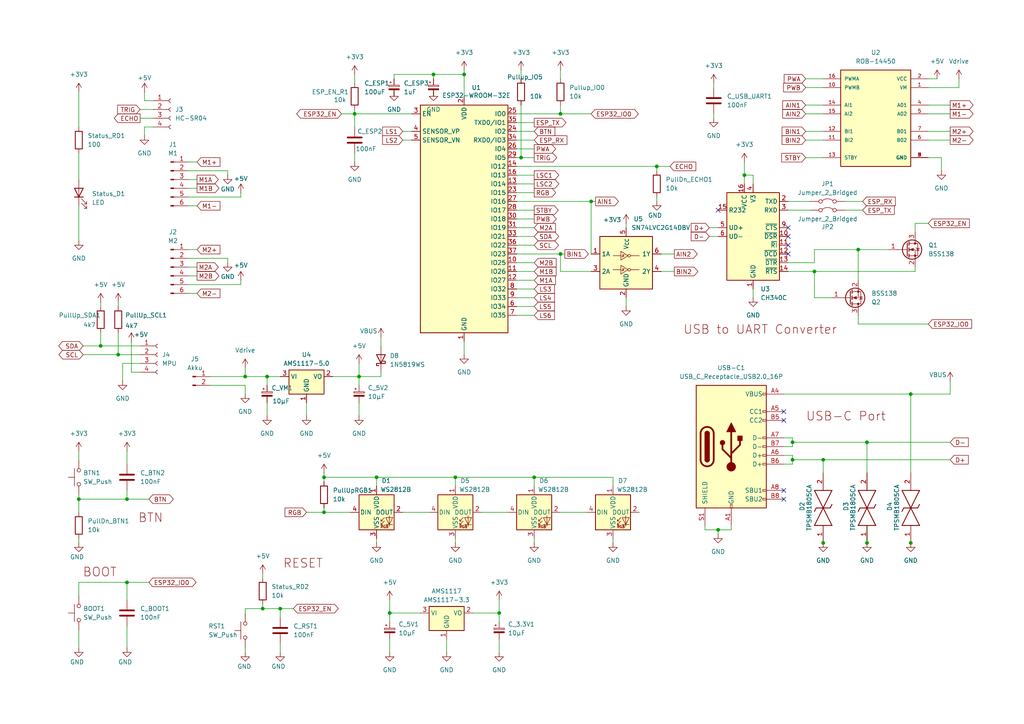
<source format=kicad_sch>
(kicad_sch (version 20250114) (generator "eeschema") (generator_version "9.0")
  (paper "A4")
  (text "BOOT" (at 28.956 166.116 0) (effects (font (size 2.54 2.54))))
  (text "USB to UART Converter" (at 220.472 95.758 0) (effects (font (size 2.54 2.54))))
  (text "RESET" (at 87.884 163.576 0) (effects (font (size 2.54 2.54))))
  (text "USB-C Port" (at 245.364 120.904 0) (effects (font (size 2.54 2.54))))
  (text "BTN" (at 43.688 150.368 0) (effects (font (size 2.54 2.54))))
  (junction (at 93.98 148.59))
  (junction (at 113.03 177.8))
  (junction (at 22.86 144.78))
  (junction (at 34.29 102.87))
  (junction (at 229.87 128.27))
  (junction (at 71.12 109.22))
  (junction (at 77.47 109.22))
  (junction (at 134.62 21.59))
  (junction (at 125.73 21.59))
  (junction (at 104.14 109.22))
  (junction (at 251.46 157.48))
  (junction (at 162.56 33.02))
  (junction (at 208.28 153.67))
  (junction (at 29.21 100.33))
  (junction (at 154.94 138.43))
  (junction (at 248.92 72.39))
  (junction (at 264.16 157.48))
  (junction (at 229.87 133.35))
  (junction (at 264.16 114.3))
  (junction (at 162.56 73.66))
  (junction (at 102.87 33.02))
  (junction (at 93.98 138.43))
  (junction (at 238.76 133.35))
  (junction (at 251.46 128.27))
  (junction (at 36.83 168.91))
  (junction (at 171.45 58.42))
  (junction (at 36.83 144.78))
  (junction (at 151.13 45.72))
  (junction (at 81.28 176.53))
  (junction (at 76.2 176.53))
  (junction (at 215.9 50.8))
  (junction (at 109.22 138.43))
  (junction (at 132.08 138.43))
  (junction (at 238.76 157.48))
  (junction (at 144.78 177.8))
  (junction (at 236.22 78.74))
  (junction (at 190.5 48.26))
  (no_connect (at 227.33 144.78))
  (no_connect (at 227.33 121.92))
  (no_connect (at 227.33 119.38))
  (no_connect (at 228.6 68.58))
  (no_connect (at 208.28 60.96))
  (no_connect (at 228.6 66.04))
  (no_connect (at 227.33 142.24))
  (no_connect (at 228.6 71.12))
  (no_connect (at 228.6 73.66))
  (wire (pts (xy 162.56 33.02) (xy 171.45 33.02)))
  (wire (pts (xy 149.86 83.82) (xy 154.94 83.82)))
  (wire (pts (xy 22.86 44.45) (xy 22.86 52.07)))
  (wire (pts (xy 190.5 48.26) (xy 194.31 48.26)))
  (wire (pts (xy 264.16 114.3) (xy 275.59 114.3)))
  (wire (pts (xy 34.29 102.87) (xy 40.64 102.87)))
  (wire (pts (xy 162.56 148.59) (xy 170.18 148.59)))
  (wire (pts (xy 76.2 166.37) (xy 76.2 167.64)))
  (wire (pts (xy 245.11 58.42) (xy 250.19 58.42)))
  (wire (pts (xy 248.92 93.98) (xy 248.92 91.44)))
  (wire (pts (xy 144.78 185.42) (xy 144.78 189.23)))
  (wire (pts (xy 109.22 138.43) (xy 132.08 138.43)))
  (wire (pts (xy 227.33 114.3) (xy 264.16 114.3)))
  (wire (pts (xy 236.22 72.39) (xy 248.92 72.39)))
  (wire (pts (xy 54.61 80.01) (xy 57.15 80.01)))
  (wire (pts (xy 190.5 57.15) (xy 190.5 58.42)))
  (wire (pts (xy 149.86 43.18) (xy 154.94 43.18)))
  (wire (pts (xy 162.56 78.74) (xy 171.45 78.74)))
  (wire (pts (xy 34.29 96.52) (xy 34.29 102.87)))
  (wire (pts (xy 236.22 86.36) (xy 241.3 86.36)))
  (wire (pts (xy 215.9 50.8) (xy 218.44 50.8)))
  (wire (pts (xy 54.61 77.47) (xy 57.15 77.47)))
  (wire (pts (xy 114.3 21.59) (xy 114.3 22.86)))
  (wire (pts (xy 22.86 26.67) (xy 22.86 36.83)))
  (wire (pts (xy 238.76 133.35) (xy 238.76 137.16)))
  (wire (pts (xy 36.83 168.91) (xy 43.18 168.91)))
  (wire (pts (xy 132.08 140.97) (xy 132.08 138.43)))
  (wire (pts (xy 278.13 22.86) (xy 278.13 25.4)))
  (wire (pts (xy 110.49 107.95) (xy 110.49 109.22)))
  (wire (pts (xy 77.47 116.84) (xy 77.47 120.65)))
  (wire (pts (xy 129.54 185.42) (xy 129.54 189.23)))
  (wire (pts (xy 227.33 132.08) (xy 229.87 132.08)))
  (wire (pts (xy 22.86 156.21) (xy 22.86 157.48)))
  (wire (pts (xy 208.28 153.67) (xy 212.09 153.67)))
  (wire (pts (xy 233.68 45.72) (xy 238.76 45.72)))
  (wire (pts (xy 269.24 38.1) (xy 275.59 38.1)))
  (wire (pts (xy 40.64 34.29) (xy 44.45 34.29)))
  (wire (pts (xy 264.16 152.4) (xy 264.16 157.48)))
  (wire (pts (xy 81.28 176.53) (xy 85.09 176.53)))
  (wire (pts (xy 181.61 86.36) (xy 181.61 88.9)))
  (wire (pts (xy 144.78 177.8) (xy 144.78 180.34)))
  (wire (pts (xy 125.73 21.59) (xy 125.73 22.86)))
  (wire (pts (xy 71.12 109.22) (xy 77.47 109.22)))
  (wire (pts (xy 251.46 128.27) (xy 251.46 137.16)))
  (wire (pts (xy 22.86 59.69) (xy 22.86 69.85)))
  (wire (pts (xy 104.14 116.84) (xy 104.14 120.65)))
  (wire (pts (xy 93.98 148.59) (xy 101.6 148.59)))
  (wire (pts (xy 54.61 54.61) (xy 57.15 54.61)))
  (wire (pts (xy 245.11 60.96) (xy 250.19 60.96)))
  (wire (pts (xy 109.22 156.21) (xy 109.22 157.48)))
  (wire (pts (xy 41.91 26.67) (xy 41.91 29.21)))
  (wire (pts (xy 215.9 46.99) (xy 215.9 50.8)))
  (wire (pts (xy 36.83 142.24) (xy 36.83 144.78)))
  (wire (pts (xy 60.96 109.22) (xy 71.12 109.22)))
  (wire (pts (xy 71.12 177.8) (xy 71.12 176.53)))
  (wire (pts (xy 24.13 102.87) (xy 34.29 102.87)))
  (wire (pts (xy 162.56 20.32) (xy 162.56 22.86)))
  (wire (pts (xy 125.73 21.59) (xy 134.62 21.59)))
  (wire (pts (xy 81.28 176.53) (xy 81.28 179.07)))
  (wire (pts (xy 269.24 40.64) (xy 275.59 40.64)))
  (wire (pts (xy 54.61 85.09) (xy 57.15 85.09)))
  (wire (pts (xy 149.86 68.58) (xy 154.94 68.58)))
  (wire (pts (xy 251.46 152.4) (xy 251.46 157.48)))
  (wire (pts (xy 93.98 138.43) (xy 93.98 137.16)))
  (wire (pts (xy 233.68 30.48) (xy 238.76 30.48)))
  (wire (pts (xy 113.03 177.8) (xy 121.92 177.8)))
  (wire (pts (xy 109.22 138.43) (xy 93.98 138.43)))
  (wire (pts (xy 36.83 130.81) (xy 36.83 134.62)))
  (wire (pts (xy 177.8 156.21) (xy 177.8 157.48)))
  (wire (pts (xy 104.14 109.22) (xy 104.14 111.76)))
  (wire (pts (xy 269.24 33.02) (xy 275.59 33.02)))
  (wire (pts (xy 265.43 67.31) (xy 265.43 64.77)))
  (wire (pts (xy 229.87 128.27) (xy 251.46 128.27)))
  (wire (pts (xy 132.08 156.21) (xy 132.08 157.48)))
  (wire (pts (xy 41.91 39.37) (xy 41.91 36.83)))
  (wire (pts (xy 54.61 46.99) (xy 57.15 46.99)))
  (wire (pts (xy 154.94 140.97) (xy 154.94 138.43)))
  (wire (pts (xy 116.84 148.59) (xy 124.46 148.59)))
  (wire (pts (xy 113.03 177.8) (xy 113.03 180.34)))
  (wire (pts (xy 113.03 185.42) (xy 113.03 189.23)))
  (wire (pts (xy 40.64 105.41) (xy 35.56 105.41)))
  (wire (pts (xy 81.28 176.53) (xy 76.2 176.53)))
  (wire (pts (xy 149.86 78.74) (xy 154.94 78.74)))
  (wire (pts (xy 22.86 143.51) (xy 22.86 144.78)))
  (wire (pts (xy 275.59 110.49) (xy 275.59 114.3)))
  (wire (pts (xy 269.24 25.4) (xy 278.13 25.4)))
  (wire (pts (xy 149.86 73.66) (xy 162.56 73.66)))
  (wire (pts (xy 238.76 133.35) (xy 275.59 133.35)))
  (wire (pts (xy 149.86 88.9) (xy 154.94 88.9)))
  (wire (pts (xy 236.22 76.2) (xy 236.22 72.39)))
  (wire (pts (xy 149.86 71.12) (xy 154.94 71.12)))
  (wire (pts (xy 29.21 100.33) (xy 40.64 100.33)))
  (wire (pts (xy 22.86 172.72) (xy 22.86 168.91)))
  (wire (pts (xy 40.64 31.75) (xy 44.45 31.75)))
  (wire (pts (xy 233.68 22.86) (xy 238.76 22.86)))
  (wire (pts (xy 71.12 111.76) (xy 71.12 114.3)))
  (wire (pts (xy 233.68 33.02) (xy 238.76 33.02)))
  (wire (pts (xy 134.62 21.59) (xy 134.62 27.94)))
  (wire (pts (xy 269.24 30.48) (xy 275.59 30.48)))
  (wire (pts (xy 162.56 73.66) (xy 162.56 78.74)))
  (wire (pts (xy 171.45 58.42) (xy 171.45 73.66)))
  (wire (pts (xy 116.84 40.64) (xy 119.38 40.64)))
  (wire (pts (xy 149.86 86.36) (xy 154.94 86.36)))
  (wire (pts (xy 139.7 148.59) (xy 147.32 148.59)))
  (wire (pts (xy 204.47 153.67) (xy 208.28 153.67)))
  (wire (pts (xy 134.62 99.06) (xy 134.62 102.87)))
  (wire (pts (xy 102.87 21.59) (xy 102.87 24.13)))
  (wire (pts (xy 102.87 36.83) (xy 102.87 33.02)))
  (wire (pts (xy 149.86 40.64) (xy 154.94 40.64)))
  (wire (pts (xy 22.86 144.78) (xy 36.83 144.78)))
  (wire (pts (xy 154.94 138.43) (xy 177.8 138.43)))
  (wire (pts (xy 228.6 60.96) (xy 234.95 60.96)))
  (wire (pts (xy 149.86 60.96) (xy 154.94 60.96)))
  (wire (pts (xy 227.33 127) (xy 229.87 127)))
  (wire (pts (xy 149.86 66.04) (xy 154.94 66.04)))
  (wire (pts (xy 227.33 129.54) (xy 229.87 129.54)))
  (wire (pts (xy 151.13 30.48) (xy 151.13 45.72)))
  (wire (pts (xy 149.86 35.56) (xy 154.94 35.56)))
  (wire (pts (xy 54.61 72.39) (xy 57.15 72.39)))
  (wire (pts (xy 60.96 111.76) (xy 71.12 111.76)))
  (wire (pts (xy 88.9 116.84) (xy 88.9 120.65)))
  (wire (pts (xy 54.61 49.53) (xy 66.04 49.53)))
  (wire (pts (xy 29.21 87.63) (xy 29.21 88.9)))
  (wire (pts (xy 269.24 22.86) (xy 271.78 22.86)))
  (wire (pts (xy 44.45 29.21) (xy 41.91 29.21)))
  (wire (pts (xy 227.33 134.62) (xy 229.87 134.62)))
  (wire (pts (xy 96.52 109.22) (xy 104.14 109.22)))
  (wire (pts (xy 104.14 109.22) (xy 110.49 109.22)))
  (wire (pts (xy 38.1 99.06) (xy 38.1 107.95)))
  (wire (pts (xy 149.86 63.5) (xy 154.94 63.5)))
  (wire (pts (xy 149.86 38.1) (xy 154.94 38.1)))
  (wire (pts (xy 71.12 176.53) (xy 76.2 176.53)))
  (wire (pts (xy 125.73 27.94) (xy 125.73 26.67)))
  (wire (pts (xy 190.5 48.26) (xy 190.5 49.53)))
  (wire (pts (xy 36.83 181.61) (xy 36.83 187.96)))
  (wire (pts (xy 233.68 25.4) (xy 238.76 25.4)))
  (wire (pts (xy 36.83 144.78) (xy 43.18 144.78)))
  (wire (pts (xy 71.12 189.23) (xy 71.12 187.96)))
  (wire (pts (xy 248.92 72.39) (xy 257.81 72.39)))
  (wire (pts (xy 93.98 147.32) (xy 93.98 148.59)))
  (wire (pts (xy 149.86 33.02) (xy 162.56 33.02)))
  (wire (pts (xy 207.01 24.13) (xy 207.01 25.4)))
  (wire (pts (xy 229.87 133.35) (xy 238.76 133.35)))
  (wire (pts (xy 233.68 40.64) (xy 238.76 40.64)))
  (wire (pts (xy 149.86 76.2) (xy 154.94 76.2)))
  (wire (pts (xy 162.56 73.66) (xy 163.83 73.66)))
  (wire (pts (xy 38.1 107.95) (xy 40.64 107.95)))
  (wire (pts (xy 35.56 105.41) (xy 35.56 110.49)))
  (wire (pts (xy 151.13 45.72) (xy 154.94 45.72)))
  (wire (pts (xy 149.86 53.34) (xy 154.94 53.34)))
  (wire (pts (xy 208.28 153.67) (xy 208.28 154.94)))
  (wire (pts (xy 41.91 36.83) (xy 44.45 36.83)))
  (wire (pts (xy 144.78 173.99) (xy 144.78 177.8)))
  (wire (pts (xy 228.6 76.2) (xy 236.22 76.2)))
  (wire (pts (xy 76.2 175.26) (xy 76.2 176.53)))
  (wire (pts (xy 102.87 31.75) (xy 102.87 33.02)))
  (wire (pts (xy 149.86 81.28) (xy 154.94 81.28)))
  (wire (pts (xy 54.61 52.07) (xy 57.15 52.07)))
  (wire (pts (xy 137.16 177.8) (xy 144.78 177.8)))
  (wire (pts (xy 102.87 44.45) (xy 102.87 46.99)))
  (wire (pts (xy 191.77 73.66) (xy 195.58 73.66)))
  (wire (pts (xy 151.13 20.32) (xy 151.13 22.86)))
  (wire (pts (xy 154.94 156.21) (xy 154.94 157.48)))
  (wire (pts (xy 113.03 173.99) (xy 113.03 177.8)))
  (wire (pts (xy 149.86 91.44) (xy 154.94 91.44)))
  (wire (pts (xy 228.6 58.42) (xy 234.95 58.42)))
  (wire (pts (xy 229.87 128.27) (xy 229.87 129.54)))
  (wire (pts (xy 54.61 59.69) (xy 57.15 59.69)))
  (wire (pts (xy 22.86 148.59) (xy 22.86 144.78)))
  (wire (pts (xy 273.05 45.72) (xy 273.05 49.53)))
  (wire (pts (xy 54.61 57.15) (xy 69.85 57.15)))
  (wire (pts (xy 36.83 168.91) (xy 36.83 173.99)))
  (wire (pts (xy 109.22 140.97) (xy 109.22 138.43)))
  (wire (pts (xy 191.77 78.74) (xy 195.58 78.74)))
  (wire (pts (xy 215.9 50.8) (xy 215.9 53.34)))
  (wire (pts (xy 54.61 82.55) (xy 69.85 82.55)))
  (wire (pts (xy 204.47 152.4) (xy 204.47 153.67)))
  (wire (pts (xy 218.44 53.34) (xy 218.44 50.8)))
  (wire (pts (xy 205.74 66.04) (xy 208.28 66.04)))
  (wire (pts (xy 54.61 74.93) (xy 66.04 74.93)))
  (wire (pts (xy 181.61 64.77) (xy 181.61 66.04)))
  (wire (pts (xy 171.45 58.42) (xy 172.72 58.42)))
  (wire (pts (xy 149.86 48.26) (xy 190.5 48.26)))
  (wire (pts (xy 22.86 168.91) (xy 36.83 168.91)))
  (wire (pts (xy 218.44 83.82) (xy 218.44 86.36)))
  (wire (pts (xy 265.43 77.47) (xy 265.43 78.74)))
  (wire (pts (xy 229.87 127) (xy 229.87 128.27)))
  (wire (pts (xy 207.01 34.29) (xy 207.01 33.02)))
  (wire (pts (xy 162.56 30.48) (xy 162.56 33.02)))
  (wire (pts (xy 69.85 81.28) (xy 69.85 82.55)))
  (wire (pts (xy 114.3 21.59) (xy 125.73 21.59)))
  (wire (pts (xy 229.87 132.08) (xy 229.87 133.35)))
  (wire (pts (xy 22.86 130.81) (xy 22.86 133.35)))
  (wire (pts (xy 265.43 64.77) (xy 269.24 64.77)))
  (wire (pts (xy 205.74 68.58) (xy 208.28 68.58)))
  (wire (pts (xy 24.13 100.33) (xy 29.21 100.33)))
  (wire (pts (xy 177.8 140.97) (xy 177.8 138.43)))
  (wire (pts (xy 149.86 50.8) (xy 154.94 50.8)))
  (wire (pts (xy 77.47 109.22) (xy 81.28 109.22)))
  (wire (pts (xy 149.86 58.42) (xy 171.45 58.42)))
  (wire (pts (xy 34.29 87.63) (xy 34.29 88.9)))
  (wire (pts (xy 212.09 152.4) (xy 212.09 153.67)))
  (wire (pts (xy 66.04 76.2) (xy 66.04 74.93)))
  (wire (pts (xy 264.16 114.3) (xy 264.16 137.16)))
  (wire (pts (xy 29.21 96.52) (xy 29.21 100.33)))
  (wire (pts (xy 104.14 105.41) (xy 104.14 109.22)))
  (wire (pts (xy 99.06 33.02) (xy 102.87 33.02)))
  (wire (pts (xy 77.47 109.22) (xy 77.47 111.76)))
  (wire (pts (xy 116.84 38.1) (xy 119.38 38.1)))
  (wire (pts (xy 233.68 38.1) (xy 238.76 38.1)))
  (wire (pts (xy 238.76 152.4) (xy 238.76 157.48)))
  (wire (pts (xy 236.22 78.74) (xy 236.22 86.36)))
  (wire (pts (xy 269.24 45.72) (xy 273.05 45.72)))
  (wire (pts (xy 66.04 50.8) (xy 66.04 49.53)))
  (wire (pts (xy 269.24 93.98) (xy 248.92 93.98)))
  (wire (pts (xy 81.28 186.69) (xy 81.28 189.23)))
  (wire (pts (xy 251.46 128.27) (xy 275.59 128.27)))
  (wire (pts (xy 149.86 55.88) (xy 154.94 55.88)))
  (wire (pts (xy 228.6 78.74) (xy 236.22 78.74)))
  (wire (pts (xy 236.22 78.74) (xy 265.43 78.74)))
  (wire (pts (xy 102.87 33.02) (xy 119.38 33.02)))
  (wire (pts (xy 88.9 148.59) (xy 93.98 148.59)))
  (wire (pts (xy 71.12 106.68) (xy 71.12 109.22)))
  (wire (pts (xy 114.3 27.94) (xy 114.3 26.67)))
  (wire (pts (xy 229.87 133.35) (xy 229.87 134.62)))
  (wire (pts (xy 134.62 20.32) (xy 134.62 21.59)))
  (wire (pts (xy 248.92 72.39) (xy 248.92 81.28)))
  (wire (pts (xy 93.98 139.7) (xy 93.98 138.43)))
  (wire (pts (xy 22.86 182.88) (xy 22.86 187.96)))
  (wire (pts (xy 149.86 45.72) (xy 151.13 45.72)))
  (wire (pts (xy 110.49 97.79) (xy 110.49 100.33)))
  (wire (pts (xy 69.85 55.88) (xy 69.85 57.15)))
  (wire (pts (xy 132.08 138.43) (xy 154.94 138.43)))
  (global_label "M1+" (shape input) (at 57.15 46.99 0) (property "Intersheetrefs" "${INTERSHEET_REFS}" (effects (hide yes))))
  (global_label "BIN2" (shape output) (at 195.58 78.74 0) (property "Intersheetrefs" "${INTERSHEET_REFS}" (effects (hide yes))))
  (global_label "BIN1" (shape output) (at 163.83 73.66 0) (property "Intersheetrefs" "${INTERSHEET_REFS}" (effects (hide yes))))
  (global_label "ESP32_EN" (shape input) (at 269.24 64.77 0) (property "Intersheetrefs" "${INTERSHEET_REFS}" (effects (hide yes))))
  (global_label "M2-" (shape output) (at 275.59 40.64 0) (property "Intersheetrefs" "${INTERSHEET_REFS}" (effects (hide yes))))
  (global_label "SCL" (shape bidirectional) (at 24.13 102.87 180) (property "Intersheetrefs" "${INTERSHEET_REFS}" (effects (hide yes))))
  (global_label "STBY" (shape output) (at 154.94 60.96 0) (property "Intersheetrefs" "${INTERSHEET_REFS}" (effects (hide yes))))
  (global_label "M2A" (shape input) (at 154.94 66.04 0) (property "Intersheetrefs" "${INTERSHEET_REFS}" (effects (hide yes))))
  (global_label "LSC2" (shape output) (at 154.94 53.34 0) (property "Intersheetrefs" "${INTERSHEET_REFS}" (effects (hide yes))))
  (global_label "M2B" (shape input) (at 154.94 76.2 0) (property "Intersheetrefs" "${INTERSHEET_REFS}" (effects (hide yes))))
  (global_label "D-" (shape input) (at 275.59 128.27 0) (property "Intersheetrefs" "${INTERSHEET_REFS}" (effects (hide yes))))
  (global_label "LS2" (shape input) (at 116.84 40.64 180) (property "Intersheetrefs" "${INTERSHEET_REFS}" (effects (hide yes))))
  (global_label "M1A" (shape output) (at 57.15 52.07 0) (property "Intersheetrefs" "${INTERSHEET_REFS}" (effects (hide yes))))
  (global_label "AIN2" (shape output) (at 195.58 73.66 0) (property "Intersheetrefs" "${INTERSHEET_REFS}" (effects (hide yes))))
  (global_label "M2+" (shape output) (at 275.59 38.1 0) (property "Intersheetrefs" "${INTERSHEET_REFS}" (effects (hide yes))))
  (global_label "BIN1" (shape input) (at 233.68 38.1 180) (property "Intersheetrefs" "${INTERSHEET_REFS}" (effects (hide yes))))
  (global_label "AIN1" (shape input) (at 233.68 30.48 180) (property "Intersheetrefs" "${INTERSHEET_REFS}" (effects (hide yes))))
  (global_label "M1-" (shape output) (at 275.59 33.02 0) (property "Intersheetrefs" "${INTERSHEET_REFS}" (effects (hide yes))))
  (global_label "M1B" (shape output) (at 57.15 54.61 0) (property "Intersheetrefs" "${INTERSHEET_REFS}" (effects (hide yes))))
  (global_label "M1-" (shape input) (at 57.15 59.69 0) (property "Intersheetrefs" "${INTERSHEET_REFS}" (effects (hide yes))))
  (global_label "PWB" (shape input) (at 233.68 25.4 180) (property "Intersheetrefs" "${INTERSHEET_REFS}" (effects (hide yes))))
  (global_label "M1A" (shape input) (at 154.94 81.28 0) (property "Intersheetrefs" "${INTERSHEET_REFS}" (effects (hide yes))))
  (global_label "LS3" (shape input) (at 154.94 83.82 0) (property "Intersheetrefs" "${INTERSHEET_REFS}" (effects (hide yes))))
  (global_label "ESP32_EN" (shape bidirectional) (at 85.09 176.53 0) (property "Intersheetrefs" "${INTERSHEET_REFS}" (effects (hide yes))))
  (global_label "PWB" (shape output) (at 154.94 63.5 0) (property "Intersheetrefs" "${INTERSHEET_REFS}" (effects (hide yes))))
  (global_label "LSC1" (shape output) (at 154.94 50.8 0) (property "Intersheetrefs" "${INTERSHEET_REFS}" (effects (hide yes))))
  (global_label "ESP32_IO0" (shape input) (at 269.24 93.98 0) (property "Intersheetrefs" "${INTERSHEET_REFS}" (effects (hide yes))))
  (global_label "SCL" (shape bidirectional) (at 154.94 71.12 0) (property "Intersheetrefs" "${INTERSHEET_REFS}" (effects (hide yes))))
  (global_label "RGB" (shape input) (at 88.9 148.59 180) (property "Intersheetrefs" "${INTERSHEET_REFS}" (effects (hide yes))))
  (global_label "TRIG" (shape output) (at 154.94 45.72 0) (property "Intersheetrefs" "${INTERSHEET_REFS}" (effects (hide yes))))
  (global_label "M2+" (shape input) (at 57.15 72.39 0) (property "Intersheetrefs" "${INTERSHEET_REFS}" (effects (hide yes))))
  (global_label "LS1" (shape input) (at 116.84 38.1 180) (property "Intersheetrefs" "${INTERSHEET_REFS}" (effects (hide yes))))
  (global_label "STBY" (shape input) (at 233.68 45.72 180) (property "Intersheetrefs" "${INTERSHEET_REFS}" (effects (hide yes))))
  (global_label "ESP_TX" (shape input) (at 250.19 60.96 0) (property "Intersheetrefs" "${INTERSHEET_REFS}" (effects (hide yes))))
  (global_label "BTN" (shape bidirectional) (at 43.18 144.78 0) (property "Intersheetrefs" "${INTERSHEET_REFS}" (effects (hide yes))))
  (global_label "M2B" (shape output) (at 57.15 80.01 0) (property "Intersheetrefs" "${INTERSHEET_REFS}" (effects (hide yes))))
  (global_label "ESP_RX" (shape input) (at 250.19 58.42 0) (property "Intersheetrefs" "${INTERSHEET_REFS}" (effects (hide yes))))
  (global_label "BIN2" (shape input) (at 233.68 40.64 180) (property "Intersheetrefs" "${INTERSHEET_REFS}" (effects (hide yes))))
  (global_label "RGB" (shape output) (at 154.94 55.88 0) (property "Intersheetrefs" "${INTERSHEET_REFS}" (effects (hide yes))))
  (global_label "ESP32_EN" (shape bidirectional) (at 99.06 33.02 180) (property "Intersheetrefs" "${INTERSHEET_REFS}" (effects (hide yes))))
  (global_label "D+" (shape input) (at 275.59 133.35 0) (property "Intersheetrefs" "${INTERSHEET_REFS}" (effects (hide yes))))
  (global_label "LS4" (shape input) (at 154.94 86.36 0) (property "Intersheetrefs" "${INTERSHEET_REFS}" (effects (hide yes))))
  (global_label "AIN2" (shape input) (at 233.68 33.02 180) (property "Intersheetrefs" "${INTERSHEET_REFS}" (effects (hide yes))))
  (global_label "ECHO" (shape output) (at 40.64 34.29 180) (property "Intersheetrefs" "${INTERSHEET_REFS}" (effects (hide yes))))
  (global_label "LS6" (shape input) (at 154.94 91.44 0) (property "Intersheetrefs" "${INTERSHEET_REFS}" (effects (hide yes))))
  (global_label "ESP32_IO0" (shape bidirectional) (at 171.45 33.02 0) (property "Intersheetrefs" "${INTERSHEET_REFS}" (effects (hide yes))))
  (global_label "LS5" (shape input) (at 154.94 88.9 0) (property "Intersheetrefs" "${INTERSHEET_REFS}" (effects (hide yes))))
  (global_label "M1B" (shape input) (at 154.94 78.74 0) (property "Intersheetrefs" "${INTERSHEET_REFS}" (effects (hide yes))))
  (global_label "ESP32_IO0" (shape bidirectional) (at 43.18 168.91 0) (property "Intersheetrefs" "${INTERSHEET_REFS}" (effects (hide yes))))
  (global_label "PWA" (shape output) (at 154.94 43.18 0) (property "Intersheetrefs" "${INTERSHEET_REFS}" (effects (hide yes))))
  (global_label "M1+" (shape output) (at 275.59 30.48 0) (property "Intersheetrefs" "${INTERSHEET_REFS}" (effects (hide yes))))
  (global_label "M2A" (shape output) (at 57.15 77.47 0) (property "Intersheetrefs" "${INTERSHEET_REFS}" (effects (hide yes))))
  (global_label "D-" (shape input) (at 205.74 68.58 180) (property "Intersheetrefs" "${INTERSHEET_REFS}" (effects (hide yes))))
  (global_label "ESP_TX" (shape output) (at 154.94 35.56 0) (property "Intersheetrefs" "${INTERSHEET_REFS}" (effects (hide yes))))
  (global_label "ECHO" (shape input) (at 194.31 48.26 0) (property "Intersheetrefs" "${INTERSHEET_REFS}" (effects (hide yes))))
  (global_label "D+" (shape input) (at 205.74 66.04 180) (property "Intersheetrefs" "${INTERSHEET_REFS}" (effects (hide yes))))
  (global_label "M2-" (shape input) (at 57.15 85.09 0) (property "Intersheetrefs" "${INTERSHEET_REFS}" (effects (hide yes))))
  (global_label "SDA" (shape bidirectional) (at 24.13 100.33 180) (property "Intersheetrefs" "${INTERSHEET_REFS}" (effects (hide yes))))
  (global_label "BTN" (shape input) (at 154.94 38.1 0) (property "Intersheetrefs" "${INTERSHEET_REFS}" (effects (hide yes))))
  (global_label "TRIG" (shape input) (at 40.64 31.75 180) (property "Intersheetrefs" "${INTERSHEET_REFS}" (effects (hide yes))))
  (global_label "ESP_RX" (shape input) (at 154.94 40.64 0) (property "Intersheetrefs" "${INTERSHEET_REFS}" (effects (hide yes))))
  (global_label "AIN1" (shape output) (at 172.72 58.42 0) (property "Intersheetrefs" "${INTERSHEET_REFS}" (effects (hide yes))))
  (global_label "SDA" (shape bidirectional) (at 154.94 68.58 0) (property "Intersheetrefs" "${INTERSHEET_REFS}" (effects (hide yes))))
  (global_label "PWA" (shape input) (at 233.68 22.86 180) (property "Intersheetrefs" "${INTERSHEET_REFS}" (effects (hide yes))))
  (symbol (lib_id "power:GND") (at 264.16 157.48 0) (unit 1)
    (property "Reference" "#PWR019" (effects (hide yes)))
    (property "Value" "GND" (at 264.16 162.56 0))
    (property "Description" "Power symbol creates a global label with name \"GND\" , ground" (effects (hide yes)))
  )
  (symbol (lib_id "power:+3V3") (at 151.13 20.32 0) (unit 1)
    (property "Reference" "#PWR032" (effects (hide yes)))
    (property "Value" "+3V3" (at 151.13 15.24 0))
    (property "Description" "Power symbol creates a global label with name \"+3V3\"" (effects (hide yes)))
  )
  (symbol (lib_id "LED:WS2812B") (at 177.8 148.59 0) (unit 1)
    (property "Reference" "D7" (at 180.594 139.446 0))
    (property "Value" "WS2812B" (at 183.388 141.986 0))
    (property "Footprint" "LED_SMD:LED_WS2812B_PLCC4_5.0x5.0mm_P3.2mm" (effects (hide yes)))
    (property "Datasheet" "https://cdn-shop.adafruit.com/datasheets/WS2812B.pdf" (effects (hide yes)))
    (property "Description" "RGB LED with integrated controller" (effects (hide yes)))
  )
  (symbol (lib_id "power:GND") (at 22.86 187.96 0) (unit 1)
    (property "Reference" "#PWR028" (effects (hide yes)))
    (property "Value" "GND" (at 24.384 192.024 0) (effects (justify right)))
    (property "Description" "Power symbol creates a global label with name \"GND\" , ground" (effects (hide yes)))
  )
  (symbol (lib_id "74xGxx:SN74LVC2G14DBV") (at 181.61 76.2 0) (unit 1)
    (property "Reference" "U5" (at 183.7533 63.5 0) (effects (justify left)))
    (property "Value" "SN74LVC2G14DBV" (at 183.134 66.04 0) (effects (justify left)))
    (property "Footprint" "Package_TO_SOT_SMD:SOT-23-6" (effects (hide yes)))
    (property "Datasheet" "https://www.ti.com/lit/ds/symlink/sn74lvc2g14.pdf" (effects (hide yes)))
    (property "Description" "Dual schmitt inverter, VCC from 1.65 to 5.5 V, SOT-23" (effects (hide yes)))
  )
  (symbol (lib_id "power:GND") (at 71.12 189.23 0) (unit 1)
    (property "Reference" "#PWR026" (effects (hide yes)))
    (property "Value" "GND" (at 72.898 193.294 0) (effects (justify right)))
    (property "Description" "Power symbol creates a global label with name \"GND\" , ground" (effects (hide yes)))
  )
  (symbol (lib_id "Jumper:Jumper_2_Bridged") (at 240.03 58.42 0) (unit 1)
    (property "Reference" "JP1" (at 240.03 53.34 0))
    (property "Value" "Jumper_2_Bridged" (at 240.03 55.88 0))
    (property "Footprint" "Connector_PinHeader_2.54mm:PinHeader_1x02_P2.54mm_Vertical" (effects (hide yes)))
    (property "Description" "Jumper, 2-pole, closed/bridged" (effects (hide yes)))
  )
  (symbol (lib_id "power:GND") (at 144.78 189.23 0) (unit 1)
    (property "Reference" "#PWR037" (effects (hide yes)))
    (property "Value" "GND" (at 144.78 194.31 0))
    (property "Description" "Power symbol creates a global label with name \"GND\" , ground" (effects (hide yes)))
  )
  (symbol (lib_id "power:GND") (at 238.76 157.48 0) (unit 1)
    (property "Reference" "#PWR016" (effects (hide yes)))
    (property "Value" "GND" (at 238.76 162.56 0))
    (property "Description" "Power symbol creates a global label with name \"GND\" , ground" (effects (hide yes)))
  )
  (symbol (lib_id "power:GND") (at 66.04 50.8 0) (unit 1)
    (property "Reference" "#PWR06" (effects (hide yes)))
    (property "Value" "GND" (at 66.04 54.864 0))
    (property "Description" "Power symbol creates a global label with name \"GND\" , ground" (effects (hide yes)))
  )
  (symbol (lib_id "power:GND") (at 273.05 49.53 0) (unit 1)
    (property "Reference" "#PWR03" (effects (hide yes)))
    (property "Value" "GND" (at 273.05 54.61 0))
    (property "Description" "Power symbol creates a global label with name \"GND\" , ground" (effects (hide yes)))
  )
  (symbol (lib_id "LED:WS2812B") (at 109.22 148.59 0) (unit 1)
    (property "Reference" "D1" (at 112.014 139.446 0))
    (property "Value" "WS2812B" (at 114.808 141.986 0))
    (property "Footprint" "LED_SMD:LED_WS2812B_PLCC4_5.0x5.0mm_P3.2mm" (effects (hide yes)))
    (property "Datasheet" "https://cdn-shop.adafruit.com/datasheets/WS2812B.pdf" (effects (hide yes)))
    (property "Description" "RGB LED with integrated controller" (effects (hide yes)))
  )
  (symbol (lib_id "Connector:Conn_01x04_Socket") (at 49.53 31.75 0) (unit 1)
    (property "Reference" "J3" (at 50.8 31.7499 0) (effects (justify left)))
    (property "Value" "HC-SR04" (at 50.8 34.2899 0) (effects (justify left)))
    (property "Footprint" "Connector_PinSocket_2.54mm:PinSocket_1x04_P2.54mm_Vertical" (effects (hide yes)))
    (property "Description" "Generic connector, single row, 01x04, script generated" (effects (hide yes)))
  )
  (symbol (lib_id "Connector:USB_C_Receptacle_USB2.0_16P") (at 212.09 129.54 0) (unit 1)
    (property "Reference" "USB-C1" (at 212.09 106.68 0))
    (property "Value" "USB_C_Receptacle_USB2.0_16P" (at 212.09 109.22 0))
    (property "Footprint" "Connector_USB:USB_C_Receptacle_GCT_USB4085" (effects (hide yes)))
    (property "Datasheet" "https://www.usb.org/sites/default/files/documents/usb_type-c.zip" (effects (hide yes)))
    (property "Description" "USB 2.0-only 16P Type-C Receptacle connector" (effects (hide yes)))
    (property "Bestell-Link" "https://www.mouser.at/ProductDetail/GCT/USB4085-GF-A?qs=KUoIvG%2F9Ilba1bQOahfWjw%3D%3D" (effects (hide yes)))
  )
  (symbol (lib_id "power:GND") (at 35.56 110.49 0) (unit 1)
    (property "Reference" "#PWR09" (effects (hide yes)))
    (property "Value" "GND" (at 35.56 115.57 0))
    (property "Description" "Power symbol creates a global label with name \"GND\" , ground" (effects (hide yes)))
  )
  (symbol (lib_id "power:GND") (at 218.44 86.36 0) (unit 1)
    (property "Reference" "#PWR022" (effects (hide yes)))
    (property "Value" "GND" (at 218.44 91.44 0))
    (property "Description" "Power symbol creates a global label with name \"GND\" , ground" (effects (hide yes)))
  )
  (symbol (lib_id "Regulator_Linear:AMS1117-3.3") (at 129.54 177.8 0) (unit 1)
    (property "Reference" "AMS1117" (at 129.54 171.45 0))
    (property "Value" "AMS1117-3.3" (at 129.54 173.99 0))
    (property "Footprint" "bulme_footprints:SOT230P700X180-4N" (effects (hide yes)))
    (property "Datasheet" "http://www.advanced-monolithic.com/pdf/ds1117.pdf" (effects (hide yes)))
    (property "Description" "1A Low Dropout regulator, positive, 3.3V fixed output, SOT-223" (effects (hide yes)))
  )
  (symbol (lib_id "power:GND") (at 102.87 46.99 0) (unit 1)
    (property "Reference" "#PWR015" (effects (hide yes)))
    (property "Value" "GND" (at 102.87 52.07 0))
    (property "Description" "Power symbol creates a global label with name \"GND\" , ground" (effects (hide yes)))
  )
  (symbol (lib_id "LED:WS2812B") (at 132.08 148.59 0) (unit 1)
    (property "Reference" "D5" (at 134.874 139.446 0))
    (property "Value" "WS2812B" (at 137.668 141.986 0))
    (property "Footprint" "LED_SMD:LED_WS2812B_PLCC4_5.0x5.0mm_P3.2mm" (effects (hide yes)))
    (property "Datasheet" "https://cdn-shop.adafruit.com/datasheets/WS2812B.pdf" (effects (hide yes)))
    (property "Description" "RGB LED with integrated controller" (effects (hide yes)))
  )
  (symbol (lib_id "Switch:SW_Push") (at 71.12 182.88 90) (unit 1)
    (property "Reference" "RST1" (at 60.452 181.61 90) (effects (justify right)))
    (property "Value" "SW_Push" (at 60.452 184.15 90) (effects (justify right)))
    (property "Footprint" "bulme_footprints:95C04A3GWRT" (effects (hide yes)))
    (property "Description" "Push button switch, generic, two pins" (effects (hide yes)))
  )
  (symbol (lib_id "Device:R") (at 22.86 152.4 0) (unit 1)
    (property "Reference" "PullDn_BTN1" (at 25.4 151.1299 0) (effects (justify left)))
    (property "Value" "10k" (at 25.4 153.6699 0) (effects (justify left)))
    (property "Footprint" "Resistor_SMD:R_1206_3216Metric_Pad1.30x1.75mm_HandSolder" (effects (hide yes)))
    (property "Description" "Resistor" (effects (hide yes)))
  )
  (symbol (lib_id "power:+3V3") (at 162.56 20.32 0) (unit 1)
    (property "Reference" "#PWR010" (effects (hide yes)))
    (property "Value" "+3V3" (at 162.56 15.24 0))
    (property "Description" "Power symbol creates a global label with name \"+3V3\"" (effects (hide yes)))
  )
  (symbol (lib_id "power:GND") (at 71.12 114.3 0) (unit 1)
    (property "Reference" "#PWR01" (effects (hide yes)))
    (property "Value" "GND" (at 71.12 119.38 0))
    (property "Description" "Power symbol creates a global label with name \"GND\" , ground" (effects (hide yes)))
  )
  (symbol (lib_id "ROB-14450:ROB-14450") (at 254 35.56 0) (unit 1)
    (property "Reference" "U2" (at 254 15.24 0))
    (property "Value" "ROB-14450" (at 254 17.78 0))
    (property "Footprint" "ROB-14450:MODULE_ROB-14450" (effects (hide yes)))
    (property "MF" "SparkFun Electronics" (effects (hide yes)))
    (property "Description_1" "TB6612FNG - Motor Controller/Driver Power Management Evaluation Board" (effects (hide yes)))
    (property "Package" "None" (effects (hide yes)))
    (property "Price" "None" (effects (hide yes)))
    (property "Check_prices" "https://www.snapeda.com/parts/ROB-14450/SparkFun/view-part/?ref=eda" (effects (hide yes)))
    (property "STANDARD" "Manufacturer Recommendation" (effects (hide yes)))
    (property "PARTREV" "11-13-17" (effects (hide yes)))
    (property "SnapEDA_Link" "https://www.snapeda.com/parts/ROB-14450/SparkFun/view-part/?ref=snap" (effects (hide yes)))
    (property "MP" "ROB-14450" (effects (hide yes)))
    (property "Availability" "In Stock" (effects (hide yes)))
    (property "MANUFACTURER" "Sparkfun Electronics" (effects (hide yes)))
  )
  (symbol (lib_id "power:+5V") (at 38.1 99.06 0) (unit 1)
    (property "Reference" "#PWR044" (effects (hide yes)))
    (property "Value" "+5V" (at 40.894 97.028 0))
    (property "Description" "Power symbol creates a global label with name \"+5V\"" (effects (hide yes)))
  )
  (symbol (lib_id "Device:C_Polarized_Small") (at 77.47 114.3 0) (unit 1)
    (property "Reference" "C_VM1" (at 78.74 112.522 0) (effects (justify left)))
    (property "Value" "10µF" (at 78.994 116.332 0) (effects (justify left)))
    (property "Footprint" "Capacitor_SMD:CP_Elec_5x5.4" (effects (hide yes)))
    (property "Description" "Polarized capacitor, small symbol" (effects (hide yes)))
  )
  (symbol (lib_id "Device:C_Polarized_Small") (at 114.3 25.4 0) (unit 1)
    (property "Reference" "C_ESP1" (at 105.664 24.13 0) (effects (justify left)))
    (property "Value" "100uF" (at 105.664 26.67 0) (effects (justify left)))
    (property "Footprint" "Capacitor_SMD:CP_Elec_5x5.4" (effects (hide yes)))
    (property "Description" "Polarized capacitor, small symbol" (effects (hide yes)))
  )
  (symbol (lib_id "Device:C") (at 36.83 138.43 0) (unit 1)
    (property "Reference" "C_BTN2" (at 40.64 137.1599 0) (effects (justify left)))
    (property "Value" "100nF" (at 40.64 139.6999 0) (effects (justify left)))
    (property "Footprint" "Capacitor_SMD:C_0805_2012Metric_Pad1.18x1.45mm_HandSolder" (effects (hide yes)))
    (property "Description" "Unpolarized capacitor" (effects (hide yes)))
  )
  (symbol (lib_id "Device:R") (at 34.29 92.71 0) (unit 1)
    (property "Reference" "PullUp_SCL1" (at 36.322 91.44 0) (effects (justify left)))
    (property "Value" "4k7" (at 36.322 94.488 0) (effects (justify left)))
    (property "Footprint" "Resistor_SMD:R_1206_3216Metric_Pad1.30x1.75mm_HandSolder" (effects (hide yes)))
    (property "Description" "Resistor" (effects (hide yes)))
  )
  (symbol (lib_id "Device:C") (at 81.28 182.88 0) (unit 1)
    (property "Reference" "C_RST1" (at 85.09 181.6099 0) (effects (justify left)))
    (property "Value" "100nF" (at 85.09 184.1499 0) (effects (justify left)))
    (property "Footprint" "Capacitor_SMD:C_0805_2012Metric_Pad1.18x1.45mm_HandSolder" (effects (hide yes)))
    (property "Description" "Unpolarized capacitor" (effects (hide yes)))
  )
  (symbol (lib_id "Device:C") (at 36.83 177.8 0) (unit 1)
    (property "Reference" "C_BOOT1" (at 40.64 176.5299 0) (effects (justify left)))
    (property "Value" "100nF" (at 40.64 179.0699 0) (effects (justify left)))
    (property "Footprint" "Capacitor_SMD:C_0805_2012Metric_Pad1.18x1.45mm_HandSolder" (effects (hide yes)))
    (property "Description" "Unpolarized capacitor" (effects (hide yes)))
  )
  (symbol (lib_id "power:+3V3") (at 134.62 20.32 0) (unit 1)
    (property "Reference" "#PWR020" (effects (hide yes)))
    (property "Value" "+3V3" (at 134.62 15.24 0))
    (property "Description" "Power symbol creates a global label with name \"+3V3\"" (effects (hide yes)))
  )
  (symbol (lib_id "power:+5V") (at 76.2 166.37 0) (unit 1)
    (property "Reference" "#PWR025" (effects (hide yes)))
    (property "Value" "+5V" (at 76.2 161.29 0))
    (property "Description" "Power symbol creates a global label with name \"+5V\"" (effects (hide yes)))
  )
  (symbol (lib_id "power:+5V") (at 34.29 87.63 0) (unit 1)
    (property "Reference" "#PWR045" (effects (hide yes)))
    (property "Value" "+5V" (at 34.29 82.55 0))
    (property "Description" "Power symbol creates a global label with name \"+5V\"" (effects (hide yes)))
  )
  (symbol (lib_id "power:GND") (at 66.04 76.2 0) (unit 1)
    (property "Reference" "#PWR05" (effects (hide yes)))
    (property "Value" "GND" (at 66.04 80.264 0))
    (property "Description" "Power symbol creates a global label with name \"GND\" , ground" (effects (hide yes)))
  )
  (symbol (lib_id "power:GND") (at 88.9 120.65 0) (unit 1)
    (property "Reference" "#PWR055" (effects (hide yes)))
    (property "Value" "GND" (at 88.9 125.73 0))
    (property "Description" "Power symbol creates a global label with name \"GND\" , ground" (effects (hide yes)))
  )
  (symbol (lib_id "power:+5V") (at 113.03 173.99 0) (unit 1)
    (property "Reference" "#PWR033" (effects (hide yes)))
    (property "Value" "+5V" (at 113.03 168.91 0))
    (property "Description" "Power symbol creates a global label with name \"+5V\"" (effects (hide yes)))
  )
  (symbol (lib_id "power:+3V3") (at 22.86 130.81 0) (unit 1)
    (property "Reference" "#PWR039" (effects (hide yes)))
    (property "Value" "+3V3" (at 22.86 125.73 0))
    (property "Description" "Power symbol creates a global label with name \"+3V3\"" (effects (hide yes)))
  )
  (symbol (lib_id "RF_Module:ESP32-WROOM-32E") (at 134.62 63.5 0) (unit 1)
    (property "Reference" "U1" (at 136.7633 25.4 0) (effects (justify left)))
    (property "Value" "ESP32-WROOM-32E" (at 128.27 27.686 0) (effects (justify left)))
    (property "Footprint" "RF_Module:ESP32-WROOM-32D" (effects (hide yes)))
    (property "Datasheet" "https://www.espressif.com/sites/default/files/documentation/esp32-wroom-32e_esp32-wroom-32ue_datasheet_en.pdf" (effects (hide yes)))
    (property "Description" "RF Module, ESP32-D0WD-V3 SoC, without PSRAM, Wi-Fi 802.11b/g/n, Bluetooth, BLE, 32-bit, 2.7-3.6V, onboard antenna, SMD" (effects (hide yes)))
  )
  (symbol (lib_id "power:GND") (at 190.5 58.42 0) (unit 1)
    (property "Reference" "#PWR041" (effects (hide yes)))
    (property "Value" "GND" (at 192.024 62.484 0) (effects (justify right)))
    (property "Description" "Power symbol creates a global label with name \"GND\" , ground" (effects (hide yes)))
  )
  (symbol (lib_id "power:+3V3") (at 102.87 21.59 0) (unit 1)
    (property "Reference" "#PWR014" (effects (hide yes)))
    (property "Value" "+3V3" (at 102.87 16.51 0))
    (property "Description" "Power symbol creates a global label with name \"+3V3\"" (effects (hide yes)))
  )
  (symbol (lib_id "power:+3V3") (at 22.86 26.67 0) (unit 1)
    (property "Reference" "#PWR021" (effects (hide yes)))
    (property "Value" "+3V3" (at 22.86 21.59 0))
    (property "Description" "Power symbol creates a global label with name \"+3V3\"" (effects (hide yes)))
  )
  (symbol (lib_id "Device:R") (at 151.13 26.67 0) (unit 1)
    (property "Reference" "Pullup_IO5" (at 147.066 22.352 0) (effects (justify left)))
    (property "Value" "10k" (at 153.67 27.9399 0) (effects (justify left)))
    (property "Footprint" "Resistor_SMD:R_0805_2012Metric_Pad1.20x1.40mm_HandSolder" (effects (hide yes)))
    (property "Description" "Resistor" (effects (hide yes)))
  )
  (symbol (lib_id "power:+5V") (at 41.91 26.67 0) (unit 1)
    (property "Reference" "#PWR052" (effects (hide yes)))
    (property "Value" "+5V" (at 41.91 22.606 0))
    (property "Description" "Power symbol creates a global label with name \"+5V\"" (effects (hide yes)))
  )
  (symbol (lib_id "bulme_schematics:TPSMB1805CA") (at 238.76 157.48 90) (unit 1)
    (property "Reference" "D2" (at 232.664 145.542 0) (effects (justify right)))
    (property "Value" "TPSMB1805CA" (at 234.696 140.462 0) (effects (justify right)))
    (property "Footprint" "bulme_footprints:TPSMB1805CA" (effects (hide yes)))
    (property "Datasheet" "https://www.littelfuse.com/media?resourcetype=datasheets&itemid=e7a196a8-a225-4724-ab76-7c22e0d48557&filename=littelfuse-tvs-diode-tpsmb-datasheet" (effects (hide yes)))
    (property "Description" "ESD Protection Diodes / TVS Diodes TVS 600W ASYM DO214AA AEQ101 T&R" (effects (hide yes)))
    (property "Height" "2.44" (effects (hide yes)))
    (property "Mouser Part Number" "576-TPSMB1805CA" (effects (hide yes)))
    (property "Mouser Price/Stock" "https://www.mouser.co.uk/ProductDetail/Littelfuse/TPSMB1805CA?qs=iLKYxzqNS74xBcdbh976cw%3D%3D" (effects (hide yes)))
    (property "Manufacturer_Name" "LITTELFUSE" (effects (hide yes)))
    (property "Manufacturer_Part_Number" "TPSMB1805CA" (effects (hide yes)))
  )
  (symbol (lib_id "Interface_USB:CH340C") (at 218.44 68.58 0) (unit 1)
    (property "Reference" "U3" (at 220.5833 83.82 0) (effects (justify left)))
    (property "Value" "CH340C" (at 220.5833 86.36 0) (effects (justify left)))
    (property "Footprint" "Package_SO:SOIC-16_3.9x9.9mm_P1.27mm" (effects (hide yes)))
    (property "Datasheet" "https://datasheet.lcsc.com/szlcsc/Jiangsu-Qin-Heng-CH340C_C84681.pdf" (effects (hide yes)))
    (property "Description" "USB serial converter, crystal-less, UART, SOIC-16" (effects (hide yes)))
  )
  (symbol (lib_id "Connector:Conn_01x04_Socket") (at 45.72 102.87 0) (unit 1)
    (property "Reference" "J4" (at 46.99 102.8699 0) (effects (justify left)))
    (property "Value" "MPU" (at 46.99 105.4099 0) (effects (justify left)))
    (property "Footprint" "Connector_PinSocket_2.54mm:PinSocket_1x04_P2.54mm_Vertical" (effects (hide yes)))
    (property "Description" "Generic connector, single row, 01x04, script generated" (effects (hide yes)))
  )
  (symbol (lib_id "power:GND") (at 177.8 157.48 0) (unit 1)
    (property "Reference" "#PWR051" (effects (hide yes)))
    (property "Value" "GND" (at 177.8 162.56 0))
    (property "Description" "Power symbol creates a global label with name \"GND\" , ground" (effects (hide yes)))
  )
  (symbol (lib_id "power:Vdrive") (at 71.12 106.68 0) (unit 1)
    (property "Reference" "#PWR024" (effects (hide yes)))
    (property "Value" "Vdrive" (at 71.12 101.6 0))
    (property "Description" "Power symbol creates a global label with name \"Vdrive\"" (effects (hide yes)))
  )
  (symbol (lib_id "power:VBUS") (at 275.59 110.49 0) (unit 1)
    (property "Reference" "#PWR07" (effects (hide yes)))
    (property "Value" "VBUS" (at 272.034 108.712 0))
    (property "Description" "Power symbol creates a global label with name \"VBUS\"" (effects (hide yes)))
  )
  (symbol (lib_id "power:GND") (at 113.03 189.23 0) (unit 1)
    (property "Reference" "#PWR034" (effects (hide yes)))
    (property "Value" "GND" (at 113.03 194.31 0))
    (property "Description" "Power symbol creates a global label with name \"GND\" , ground" (effects (hide yes)))
  )
  (symbol (lib_id "power:GND") (at 129.54 189.23 0) (unit 1)
    (property "Reference" "#PWR035" (effects (hide yes)))
    (property "Value" "GND" (at 129.54 194.31 0))
    (property "Description" "Power symbol creates a global label with name \"GND\" , ground" (effects (hide yes)))
  )
  (symbol (lib_id "Connector:Conn_01x06_Pin") (at 49.53 52.07 0) (unit 1)
    (property "Reference" "J1" (at 50.165 41.91 0))
    (property "Value" "M1" (at 50.165 44.45 0))
    (property "Footprint" "Connector_JST:JST_PH_S6B-PH-SM4-TB_1x06-1MP_P2.00mm_Horizontal" (effects (hide yes)))
    (property "Description" "Generic connector, single row, 01x06, script generated" (effects (hide yes)))
  )
  (symbol (lib_id "power:GND") (at 251.46 157.48 0) (unit 1)
    (property "Reference" "#PWR018" (effects (hide yes)))
    (property "Value" "GND" (at 251.46 162.56 0))
    (property "Description" "Power symbol creates a global label with name \"GND\" , ground" (effects (hide yes)))
  )
  (symbol (lib_id "Diode:1N5819WS") (at 110.49 104.14 90) (unit 1)
    (property "Reference" "D8" (at 113.03 103.1874 90) (effects (justify right)))
    (property "Value" "1N5819WS" (at 113.03 105.7274 90) (effects (justify right)))
    (property "Footprint" "Diode_SMD:D_SOD-323" (effects (hide yes)))
    (property "Datasheet" "https://datasheet.lcsc.com/lcsc/2204281430_Guangdong-Hottech-1N5819WS_C191023.pdf" (effects (hide yes)))
    (property "Description" "40V 600mV@1A 1A SOD-323 Schottky Barrier Diodes, SOD-323" (effects (hide yes)))
  )
  (symbol (lib_id "power:GND") (at 132.08 157.48 0) (unit 1)
    (property "Reference" "#PWR049" (effects (hide yes)))
    (property "Value" "GND" (at 132.08 162.56 0))
    (property "Description" "Power symbol creates a global label with name \"GND\" , ground" (effects (hide yes)))
  )
  (symbol (lib_id "Device:C") (at 102.87 40.64 0) (unit 1)
    (property "Reference" "C_ESP2" (at 103.632 38.1 0) (effects (justify left)))
    (property "Value" "100nF" (at 103.124 43.18 0) (effects (justify left)))
    (property "Footprint" "Capacitor_SMD:C_0805_2012Metric_Pad1.18x1.45mm_HandSolder" (effects (hide yes)))
    (property "Description" "Unpolarized capacitor" (effects (hide yes)))
  )
  (symbol (lib_id "Regulator_Linear:AMS1117-5.0") (at 88.9 109.22 0) (unit 1)
    (property "Reference" "U4" (at 88.9 102.87 0))
    (property "Value" "AMS1117-5.0" (at 88.9 105.41 0))
    (property "Footprint" "Package_TO_SOT_SMD:SOT-223-3_TabPin2" (effects (hide yes)))
    (property "Datasheet" "http://www.advanced-monolithic.com/pdf/ds1117.pdf" (effects (hide yes)))
    (property "Description" "1A Low Dropout regulator, positive, 5.0V fixed output, SOT-223" (effects (hide yes)))
  )
  (symbol (lib_id "power:+3V3") (at 207.01 24.13 0) (unit 1)
    (property "Reference" "#PWR011" (effects (hide yes)))
    (property "Value" "+3V3" (at 207.01 19.05 0))
    (property "Description" "Power symbol creates a global label with name \"+3V3\"" (effects (hide yes)))
  )
  (symbol (lib_id "power:GND") (at 22.86 157.48 0) (unit 1)
    (property "Reference" "#PWR031" (effects (hide yes)))
    (property "Value" "GND" (at 24.384 161.544 0) (effects (justify right)))
    (property "Description" "Power symbol creates a global label with name \"GND\" , ground" (effects (hide yes)))
  )
  (symbol (lib_id "Connector:Conn_01x06_Pin") (at 49.53 77.47 0) (unit 1)
    (property "Reference" "J2" (at 50.165 67.31 0))
    (property "Value" "M2" (at 50.165 69.85 0))
    (property "Footprint" "Connector_JST:JST_PH_S6B-PH-SM4-TB_1x06-1MP_P2.00mm_Horizontal" (effects (hide yes)))
    (property "Description" "Generic connector, single row, 01x06, script generated" (effects (hide yes)))
  )
  (symbol (lib_id "power:+5V") (at 29.21 87.63 0) (unit 1)
    (property "Reference" "#PWR046" (effects (hide yes)))
    (property "Value" "+5V" (at 29.21 82.55 0))
    (property "Description" "Power symbol creates a global label with name \"+5V\"" (effects (hide yes)))
  )
  (symbol (lib_id "power:+5V") (at 104.14 105.41 0) (unit 1)
    (property "Reference" "#PWR054" (effects (hide yes)))
    (property "Value" "+5V" (at 104.14 100.33 0))
    (property "Description" "Power symbol creates a global label with name \"+5V\"" (effects (hide yes)))
  )
  (symbol (lib_id "Device:C_Polarized_Small") (at 125.73 25.4 0) (unit 1)
    (property "Reference" "C_ESP3" (at 117.094 24.13 0) (effects (justify left)))
    (property "Value" "1uF" (at 117.094 26.67 0) (effects (justify left)))
    (property "Footprint" "Capacitor_SMD:CP_Elec_5x5.4" (effects (hide yes)))
    (property "Description" "Polarized capacitor, small symbol" (effects (hide yes)))
  )
  (symbol (lib_id "Jumper:Jumper_2_Bridged") (at 240.03 60.96 0) (unit 1)
    (property "Reference" "JP2" (at 240.03 65.786 0))
    (property "Value" "Jumper_2_Bridged" (at 240.03 63.5 0))
    (property "Footprint" "Connector_PinHeader_2.54mm:PinHeader_1x02_P2.54mm_Vertical" (effects (hide yes)))
    (property "Description" "Jumper, 2-pole, closed/bridged" (effects (hide yes)))
  )
  (symbol (lib_id "power:GND") (at 104.14 120.65 0) (unit 1)
    (property "Reference" "#PWR053" (effects (hide yes)))
    (property "Value" "GND" (at 104.14 125.73 0))
    (property "Description" "Power symbol creates a global label with name \"GND\" , ground" (effects (hide yes)))
  )
  (symbol (lib_id "Device:C_Polarized_Small") (at 113.03 182.88 0) (unit 1)
    (property "Reference" "C_5V1" (at 115.57 181.0638 0) (effects (justify left)))
    (property "Value" "10µF" (at 115.57 183.6038 0) (effects (justify left)))
    (property "Footprint" "Capacitor_SMD:CP_Elec_5x5.4" (effects (hide yes)))
    (property "Description" "Polarized capacitor, small symbol" (effects (hide yes)))
  )
  (symbol (lib_id "power:+3V3") (at 144.78 173.99 0) (unit 1)
    (property "Reference" "#PWR036" (effects (hide yes)))
    (property "Value" "+3V3" (at 144.78 168.91 0))
    (property "Description" "Power symbol creates a global label with name \"+3V3\"" (effects (hide yes)))
  )
  (symbol (lib_id "power:GND") (at 154.94 157.48 0) (unit 1)
    (property "Reference" "#PWR050" (effects (hide yes)))
    (property "Value" "GND" (at 154.94 162.56 0))
    (property "Description" "Power symbol creates a global label with name \"GND\" , ground" (effects (hide yes)))
  )
  (symbol (lib_id "LED:WS2812B") (at 154.94 148.59 0) (unit 1)
    (property "Reference" "D6" (at 157.734 139.446 0))
    (property "Value" "WS2812B" (at 160.528 141.986 0))
    (property "Footprint" "LED_SMD:LED_WS2812B_PLCC4_5.0x5.0mm_P3.2mm" (effects (hide yes)))
    (property "Datasheet" "https://cdn-shop.adafruit.com/datasheets/WS2812B.pdf" (effects (hide yes)))
    (property "Description" "RGB LED with integrated controller" (effects (hide yes)))
  )
  (symbol (lib_id "power:GND") (at 134.62 102.87 0) (unit 1)
    (property "Reference" "#PWR02" (effects (hide yes)))
    (property "Value" "GND" (at 134.62 107.95 0))
    (property "Description" "Power symbol creates a global label with name \"GND\" , ground" (effects (hide yes)))
  )
  (symbol (lib_id "power:+3V3") (at 215.9 46.99 0) (unit 1)
    (property "Reference" "#PWR013" (effects (hide yes)))
    (property "Value" "+3V3" (at 215.9 41.91 0))
    (property "Description" "Power symbol creates a global label with name \"+3V3\"" (effects (hide yes)))
  )
  (symbol (lib_id "power:GND") (at 181.61 88.9 0) (unit 1)
    (property "Reference" "#PWR060" (effects (hide yes)))
    (property "Value" "GND" (at 181.61 93.98 0))
    (property "Description" "Power symbol creates a global label with name \"GND\" , ground" (effects (hide yes)))
  )
  (symbol (lib_id "Device:R") (at 76.2 171.45 0) (unit 1)
    (property "Reference" "Status_RD2" (at 78.74 170.1799 0) (effects (justify left)))
    (property "Value" "10k" (at 78.74 172.7199 0) (effects (justify left)))
    (property "Footprint" "Resistor_SMD:R_1206_3216Metric_Pad1.30x1.75mm_HandSolder" (effects (hide yes)))
    (property "Description" "Resistor" (effects (hide yes)))
  )
  (symbol (lib_id "Transistor_FET:BSS138") (at 246.38 86.36 0) (mirror x) (unit 1)
    (property "Reference" "Q2" (at 252.73 87.6301 0) (effects (justify left)))
    (property "Value" "BSS138" (at 252.73 85.0901 0) (effects (justify left)))
    (property "Footprint" "Package_TO_SOT_SMD:SOT-23" (effects (hide yes)))
    (property "Datasheet" "https://www.onsemi.com/pub/Collateral/BSS138-D.PDF" (effects (hide yes)))
    (property "Description" "50V Vds, 0.22A Id, N-Channel MOSFET, SOT-23" (effects (hide yes)))
  )
  (symbol (lib_id "power:GND") (at 77.47 120.65 0) (unit 1)
    (property "Reference" "#PWR056" (effects (hide yes)))
    (property "Value" "GND" (at 77.47 125.73 0))
    (property "Description" "Power symbol creates a global label with name \"GND\" , ground" (effects (hide yes)))
  )
  (symbol (lib_id "power:+5V") (at 69.85 81.28 0) (unit 1)
    (property "Reference" "#PWR042" (effects (hide yes)))
    (property "Value" "+5V" (at 69.85 76.962 0))
    (property "Description" "Power symbol creates a global label with name \"+5V\"" (effects (hide yes)))
  )
  (symbol (lib_id "Device:R") (at 102.87 27.94 0) (unit 1)
    (property "Reference" "ESP_EN_R1" (at 90.424 26.67 0) (effects (justify left)))
    (property "Value" "10k" (at 96.774 28.956 0) (effects (justify left)))
    (property "Footprint" "Resistor_SMD:R_0805_2012Metric_Pad1.20x1.40mm_HandSolder" (effects (hide yes)))
    (property "Description" "Resistor" (effects (hide yes)))
  )
  (symbol (lib_id "power:GND") (at 125.73 26.67 0) (unit 1)
    (property "Reference" "#PWR057" (effects (hide yes)))
    (property "Value" "GND" (at 125.73 31.75 0))
    (property "Description" "Power symbol creates a global label with name \"GND\" , ground" (effects (hide yes)))
  )
  (symbol (lib_id "power:+5V") (at 271.78 22.86 0) (unit 1)
    (property "Reference" "#PWR038" (effects (hide yes)))
    (property "Value" "+5V" (at 271.78 17.78 0))
    (property "Description" "Power symbol creates a global label with name \"+5V\"" (effects (hide yes)))
  )
  (symbol (lib_id "Device:R") (at 22.86 40.64 0) (unit 1)
    (property "Reference" "Status_RD1" (at 25.4 39.3699 0) (effects (justify left)))
    (property "Value" "100" (at 25.4 41.9099 0) (effects (justify left)))
    (property "Footprint" "Resistor_SMD:R_0805_2012Metric_Pad1.20x1.40mm_HandSolder" (effects (hide yes)))
    (property "Description" "Resistor" (effects (hide yes)))
  )
  (symbol (lib_id "Device:C") (at 207.01 29.21 0) (unit 1)
    (property "Reference" "C_USB_UART1" (at 210.82 27.9399 0) (effects (justify left)))
    (property "Value" "100nF" (at 210.82 30.4799 0) (effects (justify left)))
    (property "Footprint" "Capacitor_SMD:C_0805_2012Metric_Pad1.18x1.45mm_HandSolder" (effects (hide yes)))
    (property "Description" "Unpolarized capacitor" (effects (hide yes)))
  )
  (symbol (lib_id "power:GND") (at 41.91 39.37 0) (unit 1)
    (property "Reference" "#PWR08" (effects (hide yes)))
    (property "Value" "GND" (at 41.91 44.45 0))
    (property "Description" "Power symbol creates a global label with name \"GND\" , ground" (effects (hide yes)))
  )
  (symbol (lib_id "Transistor_FET:BSS138") (at 262.89 72.39 0) (unit 1)
    (property "Reference" "Q1" (at 269.24 71.1199 0) (effects (justify left)))
    (property "Value" "BSS138" (at 269.24 73.6599 0) (effects (justify left)))
    (property "Footprint" "Package_TO_SOT_SMD:SOT-23" (effects (hide yes)))
    (property "Datasheet" "https://www.onsemi.com/pub/Collateral/BSS138-D.PDF" (effects (hide yes)))
    (property "Description" "50V Vds, 0.22A Id, N-Channel MOSFET, SOT-23" (effects (hide yes)))
  )
  (symbol (lib_id "Device:C_Polarized_Small") (at 144.78 182.88 0) (unit 1)
    (property "Reference" "C_3.3V1" (at 147.32 181.0638 0) (effects (justify left)))
    (property "Value" "10µF" (at 147.32 183.6038 0) (effects (justify left)))
    (property "Footprint" "Capacitor_SMD:CP_Elec_5x5.4" (effects (hide yes)))
    (property "Description" "Polarized capacitor, small symbol" (effects (hide yes)))
  )
  (symbol (lib_id "power:Vdrive") (at 278.13 22.86 0) (unit 1)
    (property "Reference" "#PWR030" (effects (hide yes)))
    (property "Value" "Vdrive" (at 278.13 17.78 0))
    (property "Description" "Power symbol creates a global label with name \"Vdrive\"" (effects (hide yes)))
  )
  (symbol (lib_id "Device:R") (at 190.5 53.34 0) (unit 1)
    (property "Reference" "PullDn_ECHO1" (at 193.04 52.0699 0) (effects (justify left)))
    (property "Value" "10k" (at 193.04 54.6099 0) (effects (justify left)))
    (property "Footprint" "Resistor_SMD:R_1206_3216Metric_Pad1.30x1.75mm_HandSolder" (effects (hide yes)))
    (property "Description" "Resistor" (effects (hide yes)))
  )
  (symbol (lib_id "power:GND") (at 207.01 34.29 0) (unit 1)
    (property "Reference" "#PWR012" (effects (hide yes)))
    (property "Value" "GND" (at 207.01 39.37 0))
    (property "Description" "Power symbol creates a global label with name \"GND\" , ground" (effects (hide yes)))
  )
  (symbol (lib_id "Device:R") (at 29.21 92.71 0) (unit 1)
    (property "Reference" "PullUp_SDA1" (at 17.018 91.44 0) (effects (justify left)))
    (property "Value" "4k7" (at 24.13 94.234 0) (effects (justify left)))
    (property "Footprint" "Resistor_SMD:R_1206_3216Metric_Pad1.30x1.75mm_HandSolder" (effects (hide yes)))
    (property "Description" "Resistor" (effects (hide yes)))
  )
  (symbol (lib_id "Device:R") (at 162.56 26.67 0) (unit 1)
    (property "Reference" "Pullup_IO0" (at 165.1 25.3999 0) (effects (justify left)))
    (property "Value" "10k" (at 165.1 27.9399 0) (effects (justify left)))
    (property "Footprint" "Resistor_SMD:R_0805_2012Metric_Pad1.20x1.40mm_HandSolder" (effects (hide yes)))
    (property "Description" "Resistor" (effects (hide yes)))
  )
  (symbol (lib_id "power:GND") (at 22.86 69.85 0) (unit 1)
    (property "Reference" "#PWR023" (effects (hide yes)))
    (property "Value" "GND" (at 22.86 74.93 0))
    (property "Description" "Power symbol creates a global label with name \"GND\" , ground" (effects (hide yes)))
  )
  (symbol (lib_id "power:GND") (at 81.28 189.23 0) (unit 1)
    (property "Reference" "#PWR027" (effects (hide yes)))
    (property "Value" "GND" (at 82.804 193.294 0) (effects (justify right)))
    (property "Description" "Power symbol creates a global label with name \"GND\" , ground" (effects (hide yes)))
  )
  (symbol (lib_id "power:+3V3") (at 36.83 130.81 0) (unit 1)
    (property "Reference" "#PWR040" (effects (hide yes)))
    (property "Value" "+3V3" (at 36.83 125.73 0))
    (property "Description" "Power symbol creates a global label with name \"+3V3\"" (effects (hide yes)))
  )
  (symbol (lib_id "Switch:SW_Push") (at 22.86 177.8 90) (unit 1)
    (property "Reference" "BOOT1" (at 24.13 176.5299 90) (effects (justify right)))
    (property "Value" "SW_Push" (at 24.13 179.0699 90) (effects (justify right)))
    (property "Footprint" "bulme_footprints:95C04A3GWRT" (effects (hide yes)))
    (property "Description" "Push button switch, generic, two pins" (effects (hide yes)))
  )
  (symbol (lib_id "Switch:SW_Push") (at 22.86 138.43 90) (unit 1)
    (property "Reference" "BTN1" (at 24.13 137.1599 90) (effects (justify right)))
    (property "Value" "SW_Push" (at 24.13 139.6999 90) (effects (justify right)))
    (property "Footprint" "bulme_footprints:95C04A3GWRT" (effects (hide yes)))
    (property "Description" "Push button switch, generic, two pins" (effects (hide yes)))
  )
  (symbol (lib_id "power:GND") (at 109.22 157.48 0) (unit 1)
    (property "Reference" "#PWR048" (effects (hide yes)))
    (property "Value" "GND" (at 109.22 162.56 0))
    (property "Description" "Power symbol creates a global label with name \"GND\" , ground" (effects (hide yes)))
  )
  (symbol (lib_id "Connector:Conn_01x02_Pin") (at 55.88 109.22 0) (unit 1)
    (property "Reference" "J5" (at 56.515 104.14 0))
    (property "Value" "Akku" (at 56.515 106.68 0))
    (property "Footprint" "Connector_JST:JST_XH_S2B-XH-A-1_1x02_P2.50mm_Horizontal" (effects (hide yes)))
    (property "Description" "Generic connector, single row, 01x02, script generated" (effects (hide yes)))
  )
  (symbol (lib_id "power:GND") (at 36.83 187.96 0) (unit 1)
    (property "Reference" "#PWR029" (effects (hide yes)))
    (property "Value" "GND" (at 38.354 192.024 0) (effects (justify right)))
    (property "Description" "Power symbol creates a global label with name \"GND\" , ground" (effects (hide yes)))
  )
  (symbol (lib_id "Device:LED") (at 22.86 55.88 90) (unit 1)
    (property "Reference" "Status_D1" (at 26.67 56.1974 90) (effects (justify right)))
    (property "Value" "LED" (at 26.67 58.7374 90) (effects (justify right)))
    (property "Footprint" "LED_SMD:LED_1206_3216Metric_Pad1.42x1.75mm_HandSolder" (effects (hide yes)))
    (property "Description" "Light emitting diode" (effects (hide yes)))
  )
  (symbol (lib_id "bulme_schematics:TPSMB1805CA") (at 264.16 157.48 90) (unit 1)
    (property "Reference" "D4" (at 258.064 145.542 0) (effects (justify right)))
    (property "Value" "TPSMB1805CA" (at 260.096 140.462 0) (effects (justify right)))
    (property "Footprint" "bulme_footprints:TPSMB1805CA" (effects (hide yes)))
    (property "Datasheet" "https://www.littelfuse.com/media?resourcetype=datasheets&itemid=e7a196a8-a225-4724-ab76-7c22e0d48557&filename=littelfuse-tvs-diode-tpsmb-datasheet" (effects (hide yes)))
    (property "Description" "ESD Protection Diodes / TVS Diodes TVS 600W ASYM DO214AA AEQ101 T&R" (effects (hide yes)))
    (property "Height" "2.44" (effects (hide yes)))
    (property "Mouser Part Number" "576-TPSMB1805CA" (effects (hide yes)))
    (property "Mouser Price/Stock" "https://www.mouser.co.uk/ProductDetail/Littelfuse/TPSMB1805CA?qs=iLKYxzqNS74xBcdbh976cw%3D%3D" (effects (hide yes)))
    (property "Manufacturer_Name" "LITTELFUSE" (effects (hide yes)))
    (property "Manufacturer_Part_Number" "TPSMB1805CA" (effects (hide yes)))
  )
  (symbol (lib_id "power:+5V") (at 69.85 55.88 0) (unit 1)
    (property "Reference" "#PWR043" (effects (hide yes)))
    (property "Value" "+5V" (at 69.85 51.816 0))
    (property "Description" "Power symbol creates a global label with name \"+5V\"" (effects (hide yes)))
  )
  (symbol (lib_id "Device:R") (at 93.98 143.51 0) (unit 1)
    (property "Reference" "PullUpRGB1" (at 96.52 142.2399 0) (effects (justify left)))
    (property "Value" "10k" (at 96.52 144.7799 0) (effects (justify left)))
    (property "Footprint" "Resistor_SMD:R_1206_3216Metric_Pad1.30x1.75mm_HandSolder" (effects (hide yes)))
    (property "Description" "Resistor" (effects (hide yes)))
  )
  (symbol (lib_id "Device:C_Polarized_Small") (at 104.14 114.3 0) (unit 1)
    (property "Reference" "C_5V2" (at 106.68 112.4838 0) (effects (justify left)))
    (property "Value" "10µF" (at 106.68 115.0238 0) (effects (justify left)))
    (property "Footprint" "Capacitor_SMD:CP_Elec_5x5.4" (effects (hide yes)))
    (property "Description" "Polarized capacitor, small symbol" (effects (hide yes)))
  )
  (symbol (lib_id "power:+3V3") (at 181.61 64.77 0) (unit 1)
    (property "Reference" "#PWR059" (effects (hide yes)))
    (property "Value" "+3V3" (at 177.546 63.754 0))
    (property "Description" "Power symbol creates a global label with name \"+3V3\"" (effects (hide yes)))
  )
  (symbol (lib_id "power:VBUS") (at 110.49 97.79 0) (unit 1)
    (property "Reference" "#PWR058" (effects (hide yes)))
    (property "Value" "VBUS" (at 106.934 96.012 0))
    (property "Description" "Power symbol creates a global label with name \"VBUS\"" (effects (hide yes)))
  )
  (symbol (lib_id "power:GND") (at 208.28 154.94 0) (unit 1)
    (property "Reference" "#PWR04" (effects (hide yes)))
    (property "Value" "GND" (at 208.28 160.02 0))
    (property "Description" "Power symbol creates a global label with name \"GND\" , ground" (effects (hide yes)))
  )
  (symbol (lib_id "power:+5V") (at 93.98 137.16 0) (unit 1)
    (property "Reference" "#PWR047" (effects (hide yes)))
    (property "Value" "+5V" (at 93.98 132.08 0))
    (property "Description" "Power symbol creates a global label with name \"+5V\"" (effects (hide yes)))
  )
  (symbol (lib_id "power:GND") (at 114.3 26.67 0) (unit 1)
    (property "Reference" "#PWR017" (effects (hide yes)))
    (property "Value" "GND" (at 114.3 31.75 0))
    (property "Description" "Power symbol creates a global label with name \"GND\" , ground" (effects (hide yes)))
  )
  (symbol (lib_id "bulme_schematics:TPSMB1805CA") (at 251.46 157.48 90) (unit 1)
    (property "Reference" "D3" (at 245.364 145.542 0) (effects (justify right)))
    (property "Value" "TPSMB1805CA" (at 247.396 140.462 0) (effects (justify right)))
    (property "Footprint" "bulme_footprints:TPSMB1805CA" (effects (hide yes)))
    (property "Datasheet" "https://www.littelfuse.com/media?resourcetype=datasheets&itemid=e7a196a8-a225-4724-ab76-7c22e0d48557&filename=littelfuse-tvs-diode-tpsmb-datasheet" (effects (hide yes)))
    (property "Description" "ESD Protection Diodes / TVS Diodes TVS 600W ASYM DO214AA AEQ101 T&R" (effects (hide yes)))
    (property "Height" "2.44" (effects (hide yes)))
    (property "Mouser Part Number" "576-TPSMB1805CA" (effects (hide yes)))
    (property "Mouser Price/Stock" "https://www.mouser.co.uk/ProductDetail/Littelfuse/TPSMB1805CA?qs=iLKYxzqNS74xBcdbh976cw%3D%3D" (effects (hide yes)))
    (property "Manufacturer_Name" "LITTELFUSE" (effects (hide yes)))
    (property "Manufacturer_Part_Number" "TPSMB1805CA" (effects (hide yes)))
  )
)
</source>
